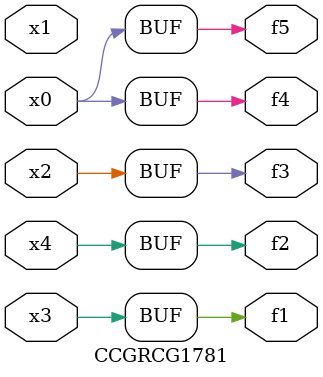
<source format=v>
module CCGRCG1781(
	input x0, x1, x2, x3, x4,
	output f1, f2, f3, f4, f5
);
	assign f1 = x3;
	assign f2 = x4;
	assign f3 = x2;
	assign f4 = x0;
	assign f5 = x0;
endmodule

</source>
